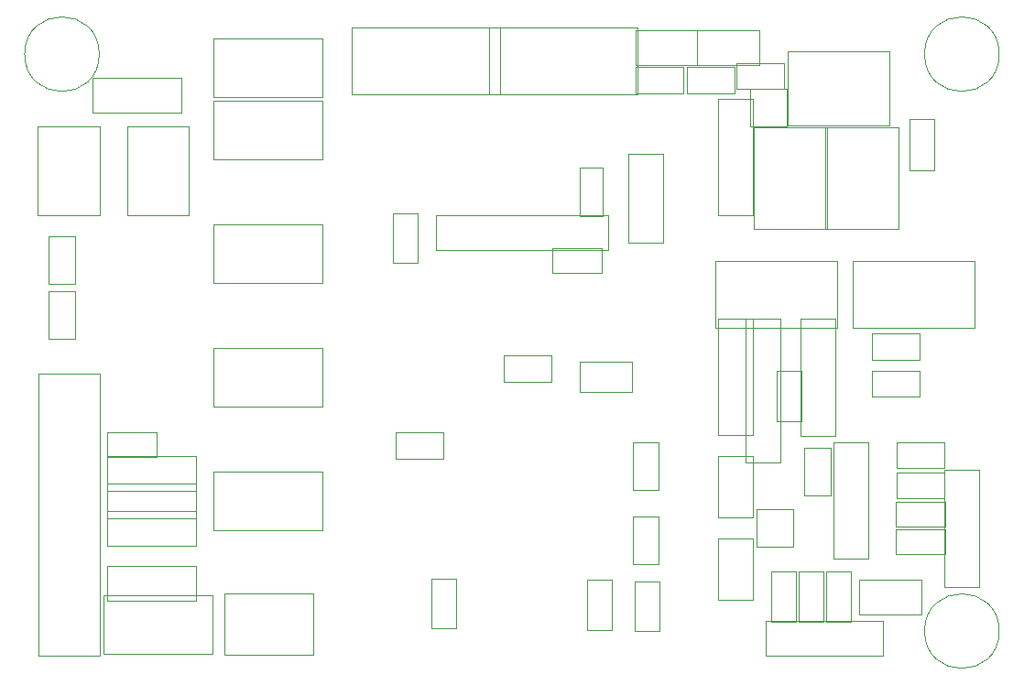
<source format=gbr>
G04 #@! TF.FileFunction,Other,User*
%FSLAX46Y46*%
G04 Gerber Fmt 4.6, Leading zero omitted, Abs format (unit mm)*
G04 Created by KiCad (PCBNEW 4.0.7) date 09/13/18 08:51:24*
%MOMM*%
%LPD*%
G01*
G04 APERTURE LIST*
%ADD10C,0.100000*%
%ADD11C,0.050000*%
G04 APERTURE END LIST*
D10*
D11*
X157302520Y-120459480D02*
X157302520Y-115059480D01*
X157302520Y-115059480D02*
X147202520Y-115059480D01*
X147202520Y-115059480D02*
X147202520Y-120459480D01*
X147202520Y-120459480D02*
X157302520Y-120459480D01*
X206522520Y-89489480D02*
X206522520Y-102789480D01*
X206522520Y-102789480D02*
X209722520Y-102789480D01*
X209722520Y-102789480D02*
X209722520Y-89489480D01*
X209722520Y-89489480D02*
X206522520Y-89489480D01*
X205668520Y-65886480D02*
X210068520Y-65886480D01*
X205668520Y-68286480D02*
X210068520Y-68286480D01*
X205668520Y-65886480D02*
X205668520Y-68286480D01*
X210068520Y-65886480D02*
X210068520Y-68286480D01*
X221704520Y-75786480D02*
X221704520Y-71086480D01*
X221704520Y-71086480D02*
X224004520Y-71086480D01*
X224004520Y-71086480D02*
X224004520Y-75786480D01*
X221704520Y-75786480D02*
X224004520Y-75786480D01*
X195727520Y-74249480D02*
X195727520Y-82449480D01*
X195727520Y-82449480D02*
X198927520Y-82449480D01*
X198927520Y-82449480D02*
X198927520Y-74249480D01*
X198927520Y-74249480D02*
X195727520Y-74249480D01*
X203982520Y-69169480D02*
X203982520Y-79969480D01*
X203982520Y-79969480D02*
X207182520Y-79969480D01*
X207182520Y-79969480D02*
X207182520Y-69169480D01*
X207182520Y-69169480D02*
X203982520Y-69169480D01*
X207565520Y-107119480D02*
X210965520Y-107119480D01*
X210965520Y-107119480D02*
X210965520Y-110619480D01*
X210965520Y-110619480D02*
X207565520Y-110619480D01*
X207565520Y-110619480D02*
X207565520Y-107119480D01*
X222641520Y-93305480D02*
X218241520Y-93305480D01*
X222641520Y-90905480D02*
X218241520Y-90905480D01*
X222641520Y-93305480D02*
X222641520Y-90905480D01*
X218241520Y-93305480D02*
X218241520Y-90905480D01*
X222641520Y-96734480D02*
X218241520Y-96734480D01*
X222641520Y-94334480D02*
X218241520Y-94334480D01*
X222641520Y-96734480D02*
X222641520Y-94334480D01*
X218241520Y-96734480D02*
X218241520Y-94334480D01*
X217063520Y-116819480D02*
X222763520Y-116819480D01*
X222763520Y-116819480D02*
X222763520Y-113619480D01*
X222763520Y-113619480D02*
X217063520Y-113619480D01*
X217063520Y-113619480D02*
X217063520Y-116819480D01*
X229987520Y-118394480D02*
G75*
G03X229987520Y-118394480I-3450000J0D01*
G01*
X229987520Y-65054480D02*
G75*
G03X229987520Y-65054480I-3450000J0D01*
G01*
X209385520Y-98977480D02*
X209385520Y-94377480D01*
X211685520Y-98977480D02*
X211685520Y-94377480D01*
X209385520Y-98977480D02*
X211685520Y-98977480D01*
X209385520Y-94377480D02*
X211685520Y-94377480D01*
X196397520Y-66267480D02*
X200797520Y-66267480D01*
X196397520Y-68667480D02*
X200797520Y-68667480D01*
X196397520Y-66267480D02*
X196397520Y-68667480D01*
X200797520Y-66267480D02*
X200797520Y-68667480D01*
X225027520Y-111289480D02*
X220427520Y-111289480D01*
X225027520Y-108989480D02*
X220427520Y-108989480D01*
X225027520Y-111289480D02*
X225027520Y-108989480D01*
X220427520Y-111289480D02*
X220427520Y-108989480D01*
X225027520Y-108749480D02*
X220427520Y-108749480D01*
X225027520Y-106449480D02*
X220427520Y-106449480D01*
X225027520Y-108749480D02*
X225027520Y-106449480D01*
X220427520Y-108749480D02*
X220427520Y-106449480D01*
X220527520Y-103732480D02*
X224927520Y-103732480D01*
X220527520Y-106132480D02*
X224927520Y-106132480D01*
X220527520Y-103732480D02*
X220527520Y-106132480D01*
X224927520Y-103732480D02*
X224927520Y-106132480D01*
X220527520Y-100938480D02*
X224927520Y-100938480D01*
X220527520Y-103338480D02*
X224927520Y-103338480D01*
X220527520Y-100938480D02*
X220527520Y-103338480D01*
X224927520Y-100938480D02*
X224927520Y-103338480D01*
X228137520Y-114279480D02*
X228137520Y-103479480D01*
X228137520Y-103479480D02*
X224937520Y-103479480D01*
X224937520Y-103479480D02*
X224937520Y-114279480D01*
X224937520Y-114279480D02*
X228137520Y-114279480D01*
X208427520Y-120629480D02*
X219227520Y-120629480D01*
X219227520Y-120629480D02*
X219227520Y-117429480D01*
X219227520Y-117429480D02*
X208427520Y-117429480D01*
X208427520Y-117429480D02*
X208427520Y-120629480D01*
X213957520Y-117519480D02*
X213957520Y-112919480D01*
X216257520Y-117519480D02*
X216257520Y-112919480D01*
X213957520Y-117519480D02*
X216257520Y-117519480D01*
X213957520Y-112919480D02*
X216257520Y-112919480D01*
X211417520Y-117519480D02*
X211417520Y-112919480D01*
X213717520Y-117519480D02*
X213717520Y-112919480D01*
X211417520Y-117519480D02*
X213717520Y-117519480D01*
X211417520Y-112919480D02*
X213717520Y-112919480D01*
X208877520Y-117519480D02*
X208877520Y-112919480D01*
X211177520Y-117519480D02*
X211177520Y-112919480D01*
X208877520Y-117519480D02*
X211177520Y-117519480D01*
X208877520Y-112919480D02*
X211177520Y-112919480D01*
X203982520Y-109809480D02*
X203982520Y-115509480D01*
X203982520Y-115509480D02*
X207182520Y-115509480D01*
X207182520Y-115509480D02*
X207182520Y-109809480D01*
X207182520Y-109809480D02*
X203982520Y-109809480D01*
X212002520Y-105862480D02*
X212002520Y-101462480D01*
X214402520Y-105862480D02*
X214402520Y-101462480D01*
X212002520Y-105862480D02*
X214402520Y-105862480D01*
X212002520Y-101462480D02*
X214402520Y-101462480D01*
X214650520Y-100919480D02*
X214650520Y-111719480D01*
X214650520Y-111719480D02*
X217850520Y-111719480D01*
X217850520Y-111719480D02*
X217850520Y-100919480D01*
X217850520Y-100919480D02*
X214650520Y-100919480D01*
X203982520Y-102189480D02*
X203982520Y-107889480D01*
X203982520Y-107889480D02*
X207182520Y-107889480D01*
X207182520Y-107889480D02*
X207182520Y-102189480D01*
X207182520Y-102189480D02*
X203982520Y-102189480D01*
X203982520Y-89489480D02*
X203982520Y-100289480D01*
X203982520Y-100289480D02*
X207182520Y-100289480D01*
X207182520Y-100289480D02*
X207182520Y-89489480D01*
X207182520Y-89489480D02*
X203982520Y-89489480D01*
X214802520Y-100322180D02*
X211602520Y-100322180D01*
X214802520Y-89522180D02*
X214802520Y-100322180D01*
X211602520Y-89522180D02*
X214802520Y-89522180D01*
X211602520Y-100322180D02*
X211602520Y-89522180D01*
X211602520Y-100322180D02*
X211602520Y-89522180D01*
X211602520Y-89522180D02*
X214802520Y-89522180D01*
X214802520Y-89522180D02*
X214802520Y-100322180D01*
X214802520Y-100322180D02*
X211602520Y-100322180D01*
X201096520Y-66267480D02*
X205496520Y-66267480D01*
X201096520Y-68667480D02*
X205496520Y-68667480D01*
X201096520Y-66267480D02*
X201096520Y-68667480D01*
X205496520Y-66267480D02*
X205496520Y-68667480D01*
X202077520Y-66019480D02*
X207777520Y-66019480D01*
X207777520Y-66019480D02*
X207777520Y-62819480D01*
X207777520Y-62819480D02*
X202077520Y-62819480D01*
X202077520Y-62819480D02*
X202077520Y-66019480D01*
X196362520Y-66019480D02*
X202062520Y-66019480D01*
X202062520Y-66019480D02*
X202062520Y-62819480D01*
X202062520Y-62819480D02*
X196362520Y-62819480D01*
X196362520Y-62819480D02*
X196362520Y-66019480D01*
X177947520Y-83164480D02*
X193847520Y-83164480D01*
X193847520Y-83164480D02*
X193847520Y-79964480D01*
X193847520Y-79964480D02*
X177947520Y-79964480D01*
X177947520Y-79964480D02*
X177947520Y-83164480D01*
X198604520Y-113808480D02*
X198604520Y-118408480D01*
X196304520Y-113808480D02*
X196304520Y-118408480D01*
X198604520Y-113808480D02*
X196304520Y-113808480D01*
X198604520Y-118408480D02*
X196304520Y-118408480D01*
X191859520Y-118281480D02*
X191859520Y-113681480D01*
X194159520Y-118281480D02*
X194159520Y-113681480D01*
X191859520Y-118281480D02*
X194159520Y-118281480D01*
X191859520Y-113681480D02*
X194159520Y-113681480D01*
X177508520Y-118154480D02*
X177508520Y-113554480D01*
X179808520Y-118154480D02*
X179808520Y-113554480D01*
X177508520Y-118154480D02*
X179808520Y-118154480D01*
X177508520Y-113554480D02*
X179808520Y-113554480D01*
X196127520Y-112212480D02*
X196127520Y-107812480D01*
X198527520Y-112212480D02*
X198527520Y-107812480D01*
X196127520Y-112212480D02*
X198527520Y-112212480D01*
X196127520Y-107812480D02*
X198527520Y-107812480D01*
X196127520Y-105354480D02*
X196127520Y-100954480D01*
X198527520Y-105354480D02*
X198527520Y-100954480D01*
X196127520Y-105354480D02*
X198527520Y-105354480D01*
X196127520Y-100954480D02*
X198527520Y-100954480D01*
X178572520Y-102449480D02*
X174172520Y-102449480D01*
X178572520Y-100049480D02*
X174172520Y-100049480D01*
X178572520Y-102449480D02*
X178572520Y-100049480D01*
X174172520Y-102449480D02*
X174172520Y-100049480D01*
X191244520Y-96299480D02*
X196044520Y-96299480D01*
X196044520Y-96299480D02*
X196044520Y-93499480D01*
X191244520Y-93499480D02*
X191244520Y-96299480D01*
X191244520Y-93499480D02*
X196044520Y-93499480D01*
X188605520Y-95337480D02*
X184205520Y-95337480D01*
X188605520Y-92937480D02*
X184205520Y-92937480D01*
X188605520Y-95337480D02*
X188605520Y-92937480D01*
X184205520Y-95337480D02*
X184205520Y-92937480D01*
X146197520Y-70464480D02*
X154397520Y-70464480D01*
X154397520Y-70464480D02*
X154397520Y-67264480D01*
X154397520Y-67264480D02*
X146197520Y-67264480D01*
X146197520Y-67264480D02*
X146197520Y-70464480D01*
X149372520Y-71709480D02*
X149372520Y-79909480D01*
X149372520Y-79909480D02*
X155072520Y-79909480D01*
X155072520Y-79909480D02*
X155072520Y-71709480D01*
X155072520Y-71709480D02*
X149372520Y-71709480D01*
X141117520Y-71709480D02*
X141117520Y-79909480D01*
X141117520Y-79909480D02*
X146817520Y-79909480D01*
X146817520Y-79909480D02*
X146817520Y-71709480D01*
X146817520Y-71709480D02*
X141117520Y-71709480D01*
X142152520Y-86304480D02*
X142152520Y-81904480D01*
X144552520Y-86304480D02*
X144552520Y-81904480D01*
X142152520Y-86304480D02*
X144552520Y-86304480D01*
X142152520Y-81904480D02*
X144552520Y-81904480D01*
X142152520Y-91384480D02*
X142152520Y-86984480D01*
X144552520Y-91384480D02*
X144552520Y-86984480D01*
X142152520Y-91384480D02*
X144552520Y-91384480D01*
X142152520Y-86984480D02*
X144552520Y-86984480D01*
X146857520Y-120629480D02*
X146857520Y-94629480D01*
X146857520Y-94629480D02*
X141157520Y-94629480D01*
X141157520Y-94629480D02*
X141157520Y-120629480D01*
X141157520Y-120629480D02*
X146857520Y-120629480D01*
X152129520Y-102272480D02*
X147529520Y-102272480D01*
X152129520Y-99972480D02*
X147529520Y-99972480D01*
X152129520Y-102272480D02*
X152129520Y-99972480D01*
X147529520Y-102272480D02*
X147529520Y-99972480D01*
X155747520Y-102189480D02*
X147547520Y-102189480D01*
X147547520Y-102189480D02*
X147547520Y-105389480D01*
X147547520Y-105389480D02*
X155747520Y-105389480D01*
X155747520Y-105389480D02*
X155747520Y-102189480D01*
X155747520Y-104729480D02*
X147547520Y-104729480D01*
X147547520Y-104729480D02*
X147547520Y-107929480D01*
X147547520Y-107929480D02*
X155747520Y-107929480D01*
X155747520Y-107929480D02*
X155747520Y-104729480D01*
X155747520Y-107269480D02*
X147547520Y-107269480D01*
X147547520Y-107269480D02*
X147547520Y-110469480D01*
X147547520Y-110469480D02*
X155747520Y-110469480D01*
X155747520Y-110469480D02*
X155747520Y-107269480D01*
X155747520Y-112349480D02*
X147547520Y-112349480D01*
X147547520Y-112349480D02*
X147547520Y-115549480D01*
X147547520Y-115549480D02*
X155747520Y-115549480D01*
X155747520Y-115549480D02*
X155747520Y-112349480D01*
X166542520Y-114889480D02*
X158342520Y-114889480D01*
X158342520Y-114889480D02*
X158342520Y-120589480D01*
X158342520Y-120589480D02*
X166542520Y-120589480D01*
X166542520Y-120589480D02*
X166542520Y-114889480D01*
X167462520Y-109029480D02*
X167462520Y-103629480D01*
X167462520Y-103629480D02*
X157362520Y-103629480D01*
X157362520Y-103629480D02*
X157362520Y-109029480D01*
X157362520Y-109029480D02*
X167462520Y-109029480D01*
X167462520Y-97599480D02*
X167462520Y-92199480D01*
X167462520Y-92199480D02*
X157362520Y-92199480D01*
X157362520Y-92199480D02*
X157362520Y-97599480D01*
X157362520Y-97599480D02*
X167462520Y-97599480D01*
X167462520Y-86169480D02*
X167462520Y-80769480D01*
X167462520Y-80769480D02*
X157362520Y-80769480D01*
X157362520Y-80769480D02*
X157362520Y-86169480D01*
X157362520Y-86169480D02*
X167462520Y-86169480D01*
X167462520Y-74739480D02*
X167462520Y-69339480D01*
X167462520Y-69339480D02*
X157362520Y-69339480D01*
X157362520Y-69339480D02*
X157362520Y-74739480D01*
X157362520Y-74739480D02*
X167462520Y-74739480D01*
X167462520Y-69024480D02*
X167462520Y-63624480D01*
X167462520Y-63624480D02*
X157362520Y-63624480D01*
X157362520Y-63624480D02*
X157362520Y-69024480D01*
X157362520Y-69024480D02*
X167462520Y-69024480D01*
X173952520Y-84372480D02*
X173952520Y-79772480D01*
X176252520Y-84372480D02*
X176252520Y-79772480D01*
X173952520Y-84372480D02*
X176252520Y-84372480D01*
X173952520Y-79772480D02*
X176252520Y-79772480D01*
X193277520Y-85254480D02*
X188677520Y-85254480D01*
X193277520Y-82954480D02*
X188677520Y-82954480D01*
X193277520Y-85254480D02*
X193277520Y-82954480D01*
X188677520Y-85254480D02*
X188677520Y-82954480D01*
X203782520Y-90349480D02*
X214982520Y-90349480D01*
X214982520Y-90349480D02*
X214982520Y-84199480D01*
X214982520Y-84199480D02*
X203782520Y-84199480D01*
X203782520Y-84199480D02*
X203782520Y-90349480D01*
X170127520Y-68759480D02*
X183877520Y-68759480D01*
X183877520Y-68759480D02*
X183877520Y-62609480D01*
X183877520Y-62609480D02*
X170127520Y-62609480D01*
X170127520Y-62609480D02*
X170127520Y-68759480D01*
X182827520Y-68759480D02*
X196577520Y-68759480D01*
X196577520Y-68759480D02*
X196577520Y-62609480D01*
X196577520Y-62609480D02*
X182827520Y-62609480D01*
X182827520Y-62609480D02*
X182827520Y-68759480D01*
X216482520Y-90349480D02*
X227682520Y-90349480D01*
X227682520Y-90349480D02*
X227682520Y-84199480D01*
X227682520Y-84199480D02*
X216482520Y-84199480D01*
X216482520Y-84199480D02*
X216482520Y-90349480D01*
X210407520Y-64829480D02*
X219807520Y-64829480D01*
X210407520Y-64829480D02*
X210407520Y-71629480D01*
X219807520Y-71629480D02*
X219807520Y-64829480D01*
X219807520Y-71629480D02*
X210407520Y-71629480D01*
X191197520Y-80004480D02*
X191197520Y-75504480D01*
X191197520Y-80004480D02*
X193297520Y-80004480D01*
X193297520Y-75504480D02*
X191197520Y-75504480D01*
X193297520Y-75504480D02*
X193297520Y-80004480D01*
X213866520Y-81184480D02*
X213866520Y-71784480D01*
X213866520Y-81184480D02*
X220666520Y-81184480D01*
X220666520Y-71784480D02*
X213866520Y-71784480D01*
X220666520Y-71784480D02*
X220666520Y-81184480D01*
X214062520Y-71784480D02*
X214062520Y-81184480D01*
X214062520Y-71784480D02*
X207262520Y-71784480D01*
X207262520Y-81184480D02*
X214062520Y-81184480D01*
X207262520Y-81184480D02*
X207262520Y-71784480D01*
X146802520Y-65054480D02*
G75*
G03X146802520Y-65054480I-3450000J0D01*
G01*
X206930520Y-68257480D02*
X210330520Y-68257480D01*
X210330520Y-68257480D02*
X210330520Y-71757480D01*
X210330520Y-71757480D02*
X206930520Y-71757480D01*
X206930520Y-71757480D02*
X206930520Y-68257480D01*
M02*

</source>
